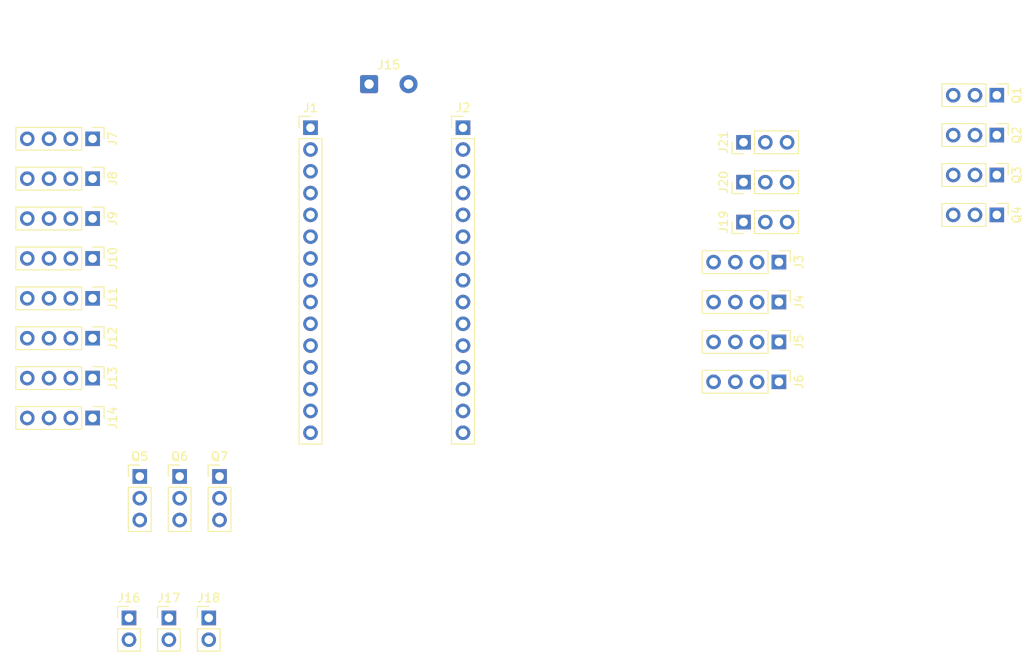
<source format=kicad_pcb>
(kicad_pcb (version 20221018) (generator pcbnew)
  (layers (0 "F.Cu" signal) (31 "B.Cu" signal) (34 "B.Paste" user) (35 "F.Paste" user) (36 "B.SilkS" user "B.Silkscreen") (37 "F.SilkS" user "F.Silkscreen") (38 "B.Mask" user) (39 "F.Mask" user) (44 "Edge.Cuts" user))
  (net 0 "")
  (net 2 "Net-(J1-Pin_2)")
  (net 3 "Net-(J1-Pin_3)")
  (net 4 "Net-(J1-Pin_4)")
  (net 5 "Net-(J1-Pin_5)")
  (net 6 "Net-(J1-Pin_6)")
  (net 7 "Net-(J1-Pin_7)")
  (net 8 "Net-(J1-Pin_8)")
  (net 9 "Net-(J1-Pin_9)")
  (net 10 "Net-(J1-Pin_10)")
  (net 11 "Net-(J1-Pin_11)")
  (net 12 "Net-(J1-Pin_12)")
  (net 13 "Net-(J1-Pin_13)")
  (net 14 "Net-(J1-Pin_14)")
  (net 16 "Net-(J15-Pin_2)")
  (net 18 "Net-(J2-Pin_3)")
  (net 19 "Net-(J2-Pin_4)")
  (net 20 "Net-(J19-Pin_3)")
  (net 21 "Net-(J2-Pin_6)")
  (net 22 "Net-(J2-Pin_7)")
  (net 23 "Net-(J2-Pin_8)")
  (net 24 "Net-(J2-Pin_9)")
  (net 25 "Net-(J2-Pin_10)")
  (net 26 "Net-(J2-Pin_11)")
  (net 27 "Net-(J2-Pin_12)")
  (net 28 "Net-(J2-Pin_13)")
  (net 31 "Net-(J3-Pin_1)")
  (net 32 "Net-(J10-Pin_4)")
  (net 33 "Net-(J16-Pin_1)")
  (net 34 "Net-(J17-Pin_1)")
  (net 35 "Net-(J18-Pin_1)")
  (net 36 "Net-(J19-Pin_2)")
  (net 37 "Net-(J20-Pin_2)")
  (net 38 "Net-(J21-Pin_2)")
  (footprint "Connector_PinHeader_2.54mm:PinHeader_1x04_P2.54mm_Vertical" (layer "F.Cu") (at 88.9 95.23 -90)
    (fp_text reference "J13" (at 0 -2.33 90) (layer "F.SilkS"))
    (fp_text value "Ultra 7")
    (fp_line (start -1.33 -1.33) (end 0 -1.33) (stroke (width 0.12)) (layer "F.SilkS"))
    (fp_line (start -1.33 0) (end -1.33 -1.33) (stroke (width 0.12)) (layer "F.SilkS"))
    (fp_line (start -1.33 1.27) (end -1.33 8.95) (stroke (width 0.12)) (layer "F.SilkS"))
    (fp_line (start -1.33 1.27) (end 1.33 1.27) (stroke (width 0.12)) (layer "F.SilkS"))
    (fp_line (start -1.33 8.95) (end 1.33 8.95) (stroke (width 0.12)) (layer "F.SilkS"))
    (fp_line (start 1.33 1.27) (end 1.33 8.95) (stroke (width 0.12)) (layer "F.SilkS"))
    (pad "1" thru_hole rect (at 0 0 270) (size 1.7 1.7) (drill 1) (layers "*.Cu" "*.Mask") (net 2 "Net-(J1-Pin_2)"))
    (pad "2" thru_hole oval (at 0 2.54 270) (size 1.7 1.7) (drill 1) (layers "*.Cu" "*.Mask") (net 10 "Net-(J1-Pin_10)"))
    (pad "3" thru_hole oval (at 0 5.08 270) (size 1.7 1.7) (drill 1) (layers "*.Cu" "*.Mask") (net 3 "Net-(J1-Pin_3)"))
    (pad "4" thru_hole oval (at 0 7.62 270) (size 1.7 1.7) (drill 1) (layers "*.Cu" "*.Mask") (net 32 "Net-(J10-Pin_4)"))
  )
  (footprint "Connector_PinHeader_2.54mm:PinHeader_1x03_P2.54mm_Vertical" (layer "F.Cu") (at 164.785 72.39 90)
    (fp_text reference "J20" (at 0 -2.33 90) (layer "F.SilkS"))
    (fp_text value "Servo 2")
    (fp_line (start -1.33 -1.33) (end 0 -1.33) (stroke (width 0.12)) (layer "F.SilkS"))
    (fp_line (start -1.33 0) (end -1.33 -1.33) (stroke (width 0.12)) (layer "F.SilkS"))
    (fp_line (start -1.33 1.27) (end -1.33 6.41) (stroke (width 0.12)) (layer "F.SilkS"))
    (fp_line (start -1.33 1.27) (end 1.33 1.27) (stroke (width 0.12)) (layer "F.SilkS"))
    (fp_line (start -1.33 6.41) (end 1.33 6.41) (stroke (width 0.12)) (layer "F.SilkS"))
    (fp_line (start 1.33 1.27) (end 1.33 6.41) (stroke (width 0.12)) (layer "F.SilkS"))
    (pad "1" thru_hole rect (at 0 0 90) (size 1.7 1.7) (drill 1) (layers "*.Cu" "*.Mask") (net 2 "Net-(J1-Pin_2)"))
    (pad "2" thru_hole oval (at 0 2.54 90) (size 1.7 1.7) (drill 1) (layers "*.Cu" "*.Mask") (net 37 "Net-(J20-Pin_2)"))
    (pad "3" thru_hole oval (at 0 5.08 90) (size 1.7 1.7) (drill 1) (layers "*.Cu" "*.Mask") (net 19 "Net-(J2-Pin_4)"))
  )
  (footprint "Connector_PinHeader_2.54mm:PinHeader_1x03_P2.54mm_Vertical" (layer "F.Cu") (at 94.395 106.695)
    (fp_text reference "Q5" (at 0 -2.33) (layer "F.SilkS"))
    (fp_text value "Q_PNP_CBE")
    (fp_line (start -1.33 -1.33) (end 0 -1.33) (stroke (width 0.12)) (layer "F.SilkS"))
    (fp_line (start -1.33 0) (end -1.33 -1.33) (stroke (width 0.12)) (layer "F.SilkS"))
    (fp_line (start -1.33 1.27) (end -1.33 6.41) (stroke (width 0.12)) (layer "F.SilkS"))
    (fp_line (start -1.33 1.27) (end 1.33 1.27) (stroke (width 0.12)) (layer "F.SilkS"))
    (fp_line (start -1.33 6.41) (end 1.33 6.41) (stroke (width 0.12)) (layer "F.SilkS"))
    (fp_line (start 1.33 1.27) (end 1.33 6.41) (stroke (width 0.12)) (layer "F.SilkS"))
    (pad "1" thru_hole rect (at 0 0) (size 1.7 1.7) (drill 1) (layers "*.Cu" "*.Mask") (net 32 "Net-(J10-Pin_4)"))
    (pad "2" thru_hole oval (at 0 2.54) (size 1.7 1.7) (drill 1) (layers "*.Cu" "*.Mask") (net 12 "Net-(J1-Pin_12)"))
    (pad "3" thru_hole oval (at 0 5.08) (size 1.7 1.7) (drill 1) (layers "*.Cu" "*.Mask") (net 33 "Net-(J16-Pin_1)"))
  )
  (footprint "Connector_PinHeader_2.54mm:PinHeader_1x03_P2.54mm_Vertical" (layer "F.Cu") (at 194.31 66.9 -90)
    (fp_text reference "Q2" (at 0 -2.33 90) (layer "F.SilkS"))
    (fp_text value "Q_PNP_CBE")
    (fp_line (start -1.33 -1.33) (end 0 -1.33) (stroke (width 0.12)) (layer "F.SilkS"))
    (fp_line (start -1.33 0) (end -1.33 -1.33) (stroke (width 0.12)) (layer "F.SilkS"))
    (fp_line (start -1.33 1.27) (end -1.33 6.41) (stroke (width 0.12)) (layer "F.SilkS"))
    (fp_line (start -1.33 1.27) (end 1.33 1.27) (stroke (width 0.12)) (layer "F.SilkS"))
    (fp_line (start -1.33 6.41) (end 1.33 6.41) (stroke (width 0.12)) (layer "F.SilkS"))
    (fp_line (start 1.33 1.27) (end 1.33 6.41) (stroke (width 0.12)) (layer "F.SilkS"))
    (pad "1" thru_hole rect (at 0 0 270) (size 1.7 1.7) (drill 1) (layers "*.Cu" "*.Mask") (net 16 "Net-(J15-Pin_2)"))
    (pad "2" thru_hole oval (at 0 2.54 270) (size 1.7 1.7) (drill 1) (layers "*.Cu" "*.Mask") (net 2 "Net-(J1-Pin_2)"))
    (pad "3" thru_hole oval (at 0 5.08 270) (size 1.7 1.7) (drill 1) (layers "*.Cu" "*.Mask") (net 38 "Net-(J21-Pin_2)"))
  )
  (footprint "Connector_PinHeader_2.54mm:PinHeader_1x02_P2.54mm_Vertical" (layer "F.Cu") (at 93.14 123.19)
    (fp_text reference "J16" (at 0 -2.33) (layer "F.SilkS"))
    (fp_text value "LED1 Out")
    (fp_line (start -1.33 -1.33) (end 0 -1.33) (stroke (width 0.12)) (layer "F.SilkS"))
    (fp_line (start -1.33 0) (end -1.33 -1.33) (stroke (width 0.12)) (layer "F.SilkS"))
    (fp_line (start -1.33 1.27) (end -1.33 3.87) (stroke (width 0.12)) (layer "F.SilkS"))
    (fp_line (start -1.33 1.27) (end 1.33 1.27) (stroke (width 0.12)) (layer "F.SilkS"))
    (fp_line (start -1.33 3.87) (end 1.33 3.87) (stroke (width 0.12)) (layer "F.SilkS"))
    (fp_line (start 1.33 1.27) (end 1.33 3.87) (stroke (width 0.12)) (layer "F.SilkS"))
    (pad "1" thru_hole rect (at 0 0) (size 1.7 1.7) (drill 1) (layers "*.Cu" "*.Mask") (net 33 "Net-(J16-Pin_1)"))
    (pad "2" thru_hole oval (at 0 2.54) (size 1.7 1.7) (drill 1) (layers "*.Cu" "*.Mask") (net 2 "Net-(J1-Pin_2)"))
  )
  (footprint "Connector_Wire:SolderWire-0.5sqmm_1x02_P4.6mm_D0.9mm_OD2.1mm" (layer "F.Cu") (at 121.13 60.96)
    (fp_text reference "J15" (at 2.3 -2.25) (layer "F.SilkS"))
    (fp_text value "Battery")
    (pad "1" thru_hole roundrect (at 0 0) (size 2.1 2.1) (drill 1.1) (layers "*.Cu" "*.Mask") (roundrect_rratio 0.119048) (net 2 "Net-(J1-Pin_2)"))
    (pad "2" thru_hole circle (at 4.6 0) (size 2.1 2.1) (drill 1.1) (layers "*.Cu" "*.Mask") (net 16 "Net-(J15-Pin_2)"))
  )
  (footprint "Connector_PinHeader_2.54mm:PinHeader_1x15_P2.54mm_Vertical" (layer "F.Cu") (at 132.08 66.04)
    (fp_text reference "J2" (at 0 -2.33) (layer "F.SilkS"))
    (fp_text value "ESP 32 R")
    (fp_line (start -1.33 -1.33) (end 0 -1.33) (stroke (width 0.12)) (layer "F.SilkS"))
    (fp_line (start -1.33 0) (end -1.33 -1.33) (stroke (width 0.12)) (layer "F.SilkS"))
    (fp_line (start -1.33 1.27) (end -1.33 36.89) (stroke (width 0.12)) (layer "F.SilkS"))
    (fp_line (start -1.33 1.27) (end 1.33 1.27) (stroke (width 0.12)) (layer "F.SilkS"))
    (fp_line (start -1.33 36.89) (end 1.33 36.89) (stroke (width 0.12)) (layer "F.SilkS"))
    (fp_line (start 1.33 1.27) (end 1.33 36.89) (stroke (width 0.12)) (layer "F.SilkS"))
    (pad "1" thru_hole rect (at 0 0) (size 1.7 1.7) (drill 1) (layers "*.Cu" "*.Mask") (net 16 "Net-(J15-Pin_2)"))
    (pad "2" thru_hole oval (at 0 2.54) (size 1.7 1.7) (drill 1) (layers "*.Cu" "*.Mask"))
    (pad "3" thru_hole oval (at 0 5.08) (size 1.7 1.7) (drill 1) (layers "*.Cu" "*.Mask") (net 18 "Net-(J2-Pin_3)"))
    (pad "4" thru_hole oval (at 0 7.62) (size 1.7 1.7) (drill 1) (layers "*.Cu" "*.Mask") (net 19 "Net-(J2-Pin_4)"))
    (pad "5" thru_hole oval (at 0 10.16) (size 1.7 1.7) (drill 1) (layers "*.Cu" "*.Mask") (net 20 "Net-(J19-Pin_3)"))
    (pad "6" thru_hole oval (at 0 12.7) (size 1.7 1.7) (drill 1) (layers "*.Cu" "*.Mask") (net 21 "Net-(J2-Pin_6)"))
    (pad "7" thru_hole oval (at 0 15.24) (size 1.7 1.7) (drill 1) (layers "*.Cu" "*.Mask") (net 22 "Net-(J2-Pin_7)"))
    (pad "8" thru_hole oval (at 0 17.78) (size 1.7 1.7) (drill 1) (layers "*.Cu" "*.Mask") (net 23 "Net-(J2-Pin_8)"))
    (pad "9" thru_hole oval (at 0 20.32) (size 1.7 1.7) (drill 1) (layers "*.Cu" "*.Mask") (net 24 "Net-(J2-Pin_9)"))
    (pad "10" thru_hole oval (at 0 22.86) (size 1.7 1.7) (drill 1) (layers "*.Cu" "*.Mask") (net 25 "Net-(J2-Pin_10)"))
    (pad "11" thru_hole oval (at 0 25.4) (size 1.7 1.7) (drill 1) (layers "*.Cu" "*.Mask") (net 26 "Net-(J2-Pin_11)"))
    (pad "12" thru_hole oval (at 0 27.94) (size 1.7 1.7) (drill 1) (layers "*.Cu" "*.Mask") (net 27 "Net-(J2-Pin_12)"))
    (pad "13" thru_hole oval (at 0 30.48) (size 1.7 1.7) (drill 1) (layers "*.Cu" "*.Mask") (net 28 "Net-(J2-Pin_13)"))
    (pad "14" thru_hole oval (at 0 33.02) (size 1.7 1.7) (drill 1) (layers "*.Cu" "*.Mask"))
    (pad "15" thru_hole oval (at 0 35.56) (size 1.7 1.7) (drill 1) (layers "*.Cu" "*.Mask"))
  )
  (footprint "Connector_PinHeader_2.54mm:PinHeader_1x04_P2.54mm_Vertical" (layer "F.Cu") (at 88.9 85.93 -90)
    (fp_text reference "J11" (at 0 -2.33 90) (layer "F.SilkS"))
    (fp_text value "Ultra 5")
    (fp_line (start -1.33 -1.33) (end 0 -1.33) (stroke (width 0.12)) (layer "F.SilkS"))
    (fp_line (start -1.33 0) (end -1.33 -1.33) (stroke (width 0.12)) (layer "F.SilkS"))
    (fp_line (start -1.33 1.27) (end -1.33 8.95) (stroke (width 0.12)) (layer "F.SilkS"))
    (fp_line (start -1.33 1.27) (end 1.33 1.27) (stroke (width 0.12)) (layer "F.SilkS"))
    (fp_line (start -1.33 8.95) (end 1.33 8.95) (stroke (width 0.12)) (layer "F.SilkS"))
    (fp_line (start 1.33 1.27) (end 1.33 8.95) (stroke (width 0.12)) (layer "F.SilkS"))
    (pad "1" thru_hole rect (at 0 0 270) (size 1.7 1.7) (drill 1) (layers "*.Cu" "*.Mask") (net 2 "Net-(J1-Pin_2)"))
    (pad "2" thru_hole oval (at 0 2.54 270) (size 1.7 1.7) (drill 1) (layers "*.Cu" "*.Mask") (net 8 "Net-(J1-Pin_8)"))
    (pad "3" thru_hole oval (at 0 5.08 270) (size 1.7 1.7) (drill 1) (layers "*.Cu" "*.Mask") (net 3 "Net-(J1-Pin_3)"))
    (pad "4" thru_hole oval (at 0 7.62 270) (size 1.7 1.7) (drill 1) (layers "*.Cu" "*.Mask") (net 32 "Net-(J10-Pin_4)"))
  )
  (footprint "Connector_PinHeader_2.54mm:PinHeader_1x02_P2.54mm_Vertical" (layer "F.Cu") (at 97.79 123.19)
    (fp_text reference "J17" (at 0 -2.33) (layer "F.SilkS"))
    (fp_text value "LED3 Out")
    (fp_line (start -1.33 -1.33) (end 0 -1.33) (stroke (width 0.12)) (layer "F.SilkS"))
    (fp_line (start -1.33 0) (end -1.33 -1.33) (stroke (width 0.12)) (layer "F.SilkS"))
    (fp_line (start -1.33 1.27) (end -1.33 3.87) (stroke (width 0.12)) (layer "F.SilkS"))
    (fp_line (start -1.33 1.27) (end 1.33 1.27) (stroke (width 0.12)) (layer "F.SilkS"))
    (fp_line (start -1.33 3.87) (end 1.33 3.87) (stroke (width 0.12)) (layer "F.SilkS"))
    (fp_line (start 1.33 1.27) (end 1.33 3.87) (stroke (width 0.12)) (layer "F.SilkS"))
    (pad "1" thru_hole rect (at 0 0) (size 1.7 1.7) (drill 1) (layers "*.Cu" "*.Mask") (net 34 "Net-(J17-Pin_1)"))
    (pad "2" thru_hole oval (at 0 2.54) (size 1.7 1.7) (drill 1) (layers "*.Cu" "*.Mask") (net 2 "Net-(J1-Pin_2)"))
  )
  (footprint "Connector_PinHeader_2.54mm:PinHeader_1x03_P2.54mm_Vertical" (layer "F.Cu") (at 194.31 76.2 -90)
    (fp_text reference "Q4" (at 0 -2.33 90) (layer "F.SilkS"))
    (fp_text value "Q_PNP_CBE")
    (fp_line (start -1.33 -1.33) (end 0 -1.33) (stroke (width 0.12)) (layer "F.SilkS"))
    (fp_line (start -1.33 0) (end -1.33 -1.33) (stroke (width 0.12)) (layer "F.SilkS"))
    (fp_line (start -1.33 1.27) (end -1.33 6.41) (stroke (width 0.12)) (layer "F.SilkS"))
    (fp_line (start -1.33 1.27) (end 1.33 1.27) (stroke (width 0.12)) (layer "F.SilkS"))
    (fp_line (start -1.33 6.41) (end 1.33 6.41) (stroke (width 0.12)) (layer "F.SilkS"))
    (fp_line (start 1.33 1.27) (end 1.33 6.41) (stroke (width 0.12)) (layer "F.SilkS"))
    (pad "1" thru_hole rect (at 0 0 270) (size 1.7 1.7) (drill 1) (layers "*.Cu" "*.Mask") (net 16 "Net-(J15-Pin_2)"))
    (pad "2" thru_hole oval (at 0 2.54 270) (size 1.7 1.7) (drill 1) (layers "*.Cu" "*.Mask") (net 2 "Net-(J1-Pin_2)"))
    (pad "3" thru_hole oval (at 0 5.08 270) (size 1.7 1.7) (drill 1) (layers "*.Cu" "*.Mask") (net 36 "Net-(J19-Pin_2)"))
  )
  (footprint "Connector_PinHeader_2.54mm:PinHeader_1x04_P2.54mm_Vertical" (layer "F.Cu") (at 168.91 95.66 -90)
    (fp_text reference "J6" (at 0 -2.33 90) (layer "F.SilkS"))
    (fp_text value "Motor 4")
    (fp_line (start -1.33 -1.33) (end 0 -1.33) (stroke (width 0.12)) (layer "F.SilkS"))
    (fp_line (start -1.33 0) (end -1.33 -1.33) (stroke (width 0.12)) (layer "F.SilkS"))
    (fp_line (start -1.33 1.27) (end -1.33 8.95) (stroke (width 0.12)) (layer "F.SilkS"))
    (fp_line (start -1.33 1.27) (end 1.33 1.27) (stroke (width 0.12)) (layer "F.SilkS"))
    (fp_line (start -1.33 8.95) (end 1.33 8.95) (stroke (width 0.12)) (layer "F.SilkS"))
    (fp_line (start 1.33 1.27) (end 1.33 8.95) (stroke (width 0.12)) (layer "F.SilkS"))
    (pad "1" thru_hole rect (at 0 0 270) (size 1.7 1.7) (drill 1) (layers "*.Cu" "*.Mask") (net 31 "Net-(J3-Pin_1)"))
    (pad "2" thru_hole oval (at 0 2.54 270) (size 1.7 1.7) (drill 1) (layers "*.Cu" "*.Mask") (net 24 "Net-(J2-Pin_9)"))
    (pad "3" thru_hole oval (at 0 5.08 270) (size 1.7 1.7) (drill 1) (layers "*.Cu" "*.Mask") (net 2 "Net-(J1-Pin_2)"))
    (pad "4" thru_hole oval (at 0 7.62 270) (size 1.7 1.7) (drill 1) (layers "*.Cu" "*.Mask") (net 28 "Net-(J2-Pin_13)"))
  )
  (footprint "Connector_PinHeader_2.54mm:PinHeader_1x04_P2.54mm_Vertical" (layer "F.Cu") (at 88.9 99.88 -90)
    (fp_text reference "J14" (at 0 -2.33 90) (layer "F.SilkS"))
    (fp_text value "Ultra 8")
    (fp_line (start -1.33 -1.33) (end 0 -1.33) (stroke (width 0.12)) (layer "F.SilkS"))
    (fp_line (start -1.33 0) (end -1.33 -1.33) (stroke (width 0.12)) (layer "F.SilkS"))
    (fp_line (start -1.33 1.27) (end -1.33 8.95) (stroke (width 0.12)) (layer "F.SilkS"))
    (fp_line (start -1.33 1.27) (end 1.33 1.27) (stroke (width 0.12)) (layer "F.SilkS"))
    (fp_line (start -1.33 8.95) (end 1.33 8.95) (stroke (width 0.12)) (layer "F.SilkS"))
    (fp_line (start 1.33 1.27) (end 1.33 8.95) (stroke (width 0.12)) (layer "F.SilkS"))
    (pad "1" thru_hole rect (at 0 0 270) (size 1.7 1.7) (drill 1) (layers "*.Cu" "*.Mask") (net 2 "Net-(J1-Pin_2)"))
    (pad "2" thru_hole oval (at 0 2.54 270) (size 1.7 1.7) (drill 1) (layers "*.Cu" "*.Mask") (net 11 "Net-(J1-Pin_11)"))
    (pad "3" thru_hole oval (at 0 5.08 270) (size 1.7 1.7) (drill 1) (layers "*.Cu" "*.Mask") (net 3 "Net-(J1-Pin_3)"))
    (pad "4" thru_hole oval (at 0 7.62 270) (size 1.7 1.7) (drill 1) (layers "*.Cu" "*.Mask") (net 32 "Net-(J10-Pin_4)"))
  )
  (footprint "Connector_PinHeader_2.54mm:PinHeader_1x03_P2.54mm_Vertical" (layer "F.Cu") (at 194.31 71.55 -90)
    (fp_text reference "Q3" (at 0 -2.33 90) (layer "F.SilkS"))
    (fp_text value "Q_PNP_CBE")
    (fp_line (start -1.33 -1.33) (end 0 -1.33) (stroke (width 0.12)) (layer "F.SilkS"))
    (fp_line (start -1.33 0) (end -1.33 -1.33) (stroke (width 0.12)) (layer "F.SilkS"))
    (fp_line (start -1.33 1.27) (end -1.33 6.41) (stroke (width 0.12)) (layer "F.SilkS"))
    (fp_line (start -1.33 1.27) (end 1.33 1.27) (stroke (width 0.12)) (layer "F.SilkS"))
    (fp_line (start -1.33 6.41) (end 1.33 6.41) (stroke (width 0.12)) (layer "F.SilkS"))
    (fp_line (start 1.33 1.27) (end 1.33 6.41) (stroke (width 0.12)) (layer "F.SilkS"))
    (pad "1" thru_hole rect (at 0 0 270) (size 1.7 1.7) (drill 1) (layers "*.Cu" "*.Mask") (net 16 "Net-(J15-Pin_2)"))
    (pad "2" thru_hole oval (at 0 2.54 270) (size 1.7 1.7) (drill 1) (layers "*.Cu" "*.Mask") (net 2 "Net-(J1-Pin_2)"))
    (pad "3" thru_hole oval (at 0 5.08 270) (size 1.7 1.7) (drill 1) (layers "*.Cu" "*.Mask") (net 37 "Net-(J20-Pin_2)"))
  )
  (footprint "Connector_PinHeader_2.54mm:PinHeader_1x03_P2.54mm_Vertical" (layer "F.Cu") (at 164.785 77.04 90)
    (fp_text reference "J19" (at 0 -2.33 90) (layer "F.SilkS"))
    (fp_text value "Servo 3")
    (fp_line (start -1.33 -1.33) (end 0 -1.33) (stroke (width 0.12)) (layer "F.SilkS"))
    (fp_line (start -1.33 0) (end -1.33 -1.33) (stroke (width 0.12)) (layer "F.SilkS"))
    (fp_line (start -1.33 1.27) (end -1.33 6.41) (stroke (width 0.12)) (layer "F.SilkS"))
    (fp_line (start -1.33 1.27) (end 1.33 1.27) (stroke (width 0.12)) (layer "F.SilkS"))
    (fp_line (start -1.33 6.41) (end 1.33 6.41) (stroke (width 0.12)) (layer "F.SilkS"))
    (fp_line (start 1.33 1.27) (end 1.33 6.41) (stroke (width 0.12)) (layer "F.SilkS"))
    (pad "1" thru_hole rect (at 0 0 90) (size 1.7 1.7) (drill 1) (layers "*.Cu" "*.Mask") (net 2 "Net-(J1-Pin_2)"))
    (pad "2" thru_hole oval (at 0 2.54 90) (size 1.7 1.7) (drill 1) (layers "*.Cu" "*.Mask") (net 36 "Net-(J19-Pin_2)"))
    (pad "3" thru_hole oval (at 0 5.08 90) (size 1.7 1.7) (drill 1) (layers "*.Cu" "*.Mask") (net 20 "Net-(J19-Pin_3)"))
  )
  (footprint "Connector_PinHeader_2.54mm:PinHeader_1x04_P2.54mm_Vertical" (layer "F.Cu") (at 168.91 91.01 -90)
    (fp_text reference "J5" (at 0 -2.33 90) (layer "F.SilkS"))
    (fp_text value "Motor 3")
    (fp_line (start -1.33 -1.33) (end 0 -1.33) (stroke (width 0.12)) (layer "F.SilkS"))
    (fp_line (start -1.33 0) (end -1.33 -1.33) (stroke (width 0.12)) (layer "F.SilkS"))
    (fp_line (start -1.33 1.27) (end -1.33 8.95) (stroke (width 0.12)) (layer "F.SilkS"))
    (fp_line (start -1.33 1.27) (end 1.33 1.27) (stroke (width 0.12)) (layer "F.SilkS"))
    (fp_line (start -1.33 8.95) (end 1.33 8.95) (stroke (width 0.12)) (layer "F.SilkS"))
    (fp_line (start 1.33 1.27) (end 1.33 8.95) (stroke (width 0.12)) (layer "F.SilkS"))
    (pad "1" thru_hole rect (at 0 0 270) (size 1.7 1.7) (drill 1) (layers "*.Cu" "*.Mask") (net 31 "Net-(J3-Pin_1)"))
    (pad "2" thru_hole oval (at 0 2.54 270) (size 1.7 1.7) (drill 1) (layers "*.Cu" "*.Mask") (net 23 "Net-(J2-Pin_8)"))
    (pad "3" thru_hole oval (at 0 5.08 270) (size 1.7 1.7) (drill 1) (layers "*.Cu" "*.Mask") (net 2 "Net-(J1-Pin_2)"))
    (pad "4" thru_hole oval (at 0 7.62 270) (size 1.7 1.7) (drill 1) (layers "*.Cu" "*.Mask") (net 27 "Net-(J2-Pin_12)"))
  )
  (footprint "Connector_PinHeader_2.54mm:PinHeader_1x04_P2.54mm_Vertical" (layer "F.Cu") (at 88.9 81.28 -90)
    (fp_text reference "J10" (at 0 -2.33 90) (layer "F.SilkS"))
    (fp_text value "Ultra 4")
    (fp_line (start -1.33 -1.33) (end 0 -1.33) (stroke (width 0.12)) (layer "F.SilkS"))
    (fp_line (start -1.33 0) (end -1.33 -1.33) (stroke (width 0.12)) (layer "F.SilkS"))
    (fp_line (start -1.33 1.27) (end -1.33 8.95) (stroke (width 0.12)) (layer "F.SilkS"))
    (fp_line (start -1.33 1.27) (end 1.33 1.27) (stroke (width 0.12)) (layer "F.SilkS"))
    (fp_line (start -1.33 8.95) (end 1.33 8.95) (stroke (width 0.12)) (layer "F.SilkS"))
    (fp_line (start 1.33 1.27) (end 1.33 8.95) (stroke (width 0.12)) (layer "F.SilkS"))
    (pad "1" thru_hole rect (at 0 0 270) (size 1.7 1.7) (drill 1) (layers "*.Cu" "*.Mask") (net 2 "Net-(J1-Pin_2)"))
    (pad "2" thru_hole oval (at 0 2.54 270) (size 1.7 1.7) (drill 1) (layers "*.Cu" "*.Mask") (net 7 "Net-(J1-Pin_7)"))
    (pad "3" thru_hole oval (at 0 5.08 270) (size 1.7 1.7) (drill 1) (layers "*.Cu" "*.Mask") (net 3 "Net-(J1-Pin_3)"))
    (pad "4" thru_hole oval (at 0 7.62 270) (size 1.7 1.7) (drill 1) (layers "*.Cu" "*.Mask") (net 32 "Net-(J10-Pin_4)"))
  )
  (footprint "Connector_PinHeader_2.54mm:PinHeader_1x04_P2.54mm_Vertical" (layer "F.Cu") (at 168.91 86.36 -90)
    (fp_text reference "J4" (at 0 -2.33 90) (layer "F.SilkS"))
    (fp_text value "Motor 2")
    (fp_line (start -1.33 -1.33) (end 0 -1.33) (stroke (width 0.12)) (layer "F.SilkS"))
    (fp_line (start -1.33 0) (end -1.33 -1.33) (stroke (width 0.12)) (layer "F.SilkS"))
    (fp_line (start -1.33 1.27) (end -1.33 8.95) (stroke (width 0.12)) (layer "F.SilkS"))
    (fp_line (start -1.33 1.27) (end 1.33 1.27) (stroke (width 0.12)) (layer "F.SilkS"))
    (fp_line (start -1.33 8.95) (end 1.33 8.95) (stroke (width 0.12)) (layer "F.SilkS"))
    (fp_line (start 1.33 1.27) (end 1.33 8.95) (stroke (width 0.12)) (layer "F.SilkS"))
    (pad "1" thru_hole rect (at 0 0 270) (size 1.7 1.7) (drill 1) (layers "*.Cu" "*.Mask") (net 31 "Net-(J3-Pin_1)"))
    (pad "2" thru_hole oval (at 0 2.54 270) (size 1.7 1.7) (drill 1) (layers "*.Cu" "*.Mask") (net 22 "Net-(J2-Pin_7)"))
    (pad "3" thru_hole oval (at 0 5.08 270) (size 1.7 1.7) (drill 1) (layers "*.Cu" "*.Mask") (net 2 "Net-(J1-Pin_2)"))
    (pad "4" thru_hole oval (at 0 7.62 270) (size 1.7 1.7) (drill 1) (layers "*.Cu" "*.Mask") (net 26 "Net-(J2-Pin_11)"))
  )
  (footprint "Connector_PinHeader_2.54mm:PinHeader_1x02_P2.54mm_Vertical" (layer "F.Cu") (at 102.44 123.19)
    (fp_text reference "J18" (at 0 -2.33) (layer "F.SilkS"))
    (fp_text value "LED3 Out")
    (fp_line (start -1.33 -1.33) (end 0 -1.33) (stroke (width 0.12)) (layer "F.SilkS"))
    (fp_line (start -1.33 0) (end -1.33 -1.33) (stroke (width 0.12)) (layer "F.SilkS"))
    (fp_line (start -1.33 1.27) (end -1.33 3.87) (stroke (width 0.12)) (layer "F.SilkS"))
    (fp_line (start -1.33 1.27) (end 1.33 1.27) (stroke (width 0.12)) (layer "F.SilkS"))
    (fp_line (start -1.33 3.87) (end 1.33 3.87) (stroke (width 0.12)) (layer "F.SilkS"))
    (fp_line (start 1.33 1.27) (end 1.33 3.87) (stroke (width 0.12)) (layer "F.SilkS"))
    (pad "1" thru_hole rect (at 0 0) (size 1.7 1.7) (drill 1) (layers "*.Cu" "*.Mask") (net 35 "Net-(J18-Pin_1)"))
    (pad "2" thru_hole oval (at 0 2.54) (size 1.7 1.7) (drill 1) (layers "*.Cu" "*.Mask") (net 2 "Net-(J1-Pin_2)"))
  )
  (footprint "Connector_PinHeader_2.54mm:PinHeader_1x04_P2.54mm_Vertical" (layer "F.Cu") (at 168.91 81.71 -90)
    (fp_text reference "J3" (at 0 -2.33 90) (layer "F.SilkS"))
    (fp_text value "Motor 1")
    (fp_line (start -1.33 -1.33) (end 0 -1.33) (stroke (width 0.12)) (layer "F.SilkS"))
    (fp_line (start -1.33 0) (end -1.33 -1.33) (stroke (width 0.12)) (layer "F.SilkS"))
    (fp_line (start -1.33 1.27) (end -1.33 8.95) (stroke (width 0.12)) (layer "F.SilkS"))
    (fp_line (start -1.33 1.27) (end 1.33 1.27) (stroke (width 0.12)) (layer "F.SilkS"))
    (fp_line (start -1.33 8.95) (end 1.33 8.95) (stroke (width 0.12)) (layer "F.SilkS"))
    (fp_line (start 1.33 1.27) (end 1.33 8.95) (stroke (width 0.12)) (layer "F.SilkS"))
    (pad "1" thru_hole rect (at 0 0 270) (size 1.7 1.7) (drill 1) (layers "*.Cu" "*.Mask") (net 31 "Net-(J3-Pin_1)"))
    (pad "2" thru_hole oval (at 0 2.54 270) (size 1.7 1.7) (drill 1) (layers "*.Cu" "*.Mask") (net 21 "Net-(J2-Pin_6)"))
    (pad "3" thru_hole oval (at 0 5.08 270) (size 1.7 1.7) (drill 1) (layers "*.Cu" "*.Mask") (net 2 "Net-(J1-Pin_2)"))
    (pad "4" thru_hole oval (at 0 7.62 270) (size 1.7 1.7) (drill 1) (layers "*.Cu" "*.Mask") (net 25 "Net-(J2-Pin_10)"))
  )
  (footprint "Connector_PinHeader_2.54mm:PinHeader_1x03_P2.54mm_Vertical" (layer "F.Cu") (at 194.31 62.25 -90)
    (fp_text reference "Q1" (at 0 -2.33 90) (layer "F.SilkS"))
    (fp_text value "Q_PNP_CBE")
    (fp_line (start -1.33 -1.33) (end 0 -1.33) (stroke (width 0.12)) (layer "F.SilkS"))
    (fp_line (start -1.33 0) (end -1.33 -1.33) (stroke (width 0.12)) (layer "F.SilkS"))
    (fp_line (start -1.33 1.27) (end -1.33 6.41) (stroke (width 0.12)) (layer "F.SilkS"))
    (fp_line (start -1.33 1.27) (end 1.33 1.27) (stroke (width 0.12)) (layer "F.SilkS"))
    (fp_line (start -1.33 6.41) (end 1.33 6.41) (stroke (width 0.12)) (layer "F.SilkS"))
    (fp_line (start 1.33 1.27) (end 1.33 6.41) (stroke (width 0.12)) (layer "F.SilkS"))
    (pad "1" thru_hole rect (at 0 0 270) (size 1.7 1.7) (drill 1) (layers "*.Cu" "*.Mask") (net 16 "Net-(J15-Pin_2)"))
    (pad "2" thru_hole oval (at 0 2.54 270) (size 1.7 1.7) (drill 1) (layers "*.Cu" "*.Mask") (net 2 "Net-(J1-Pin_2)"))
    (pad "3" thru_hole oval (at 0 5.08 270) (size 1.7 1.7) (drill 1) (layers "*.Cu" "*.Mask") (net 32 "Net-(J10-Pin_4)"))
  )
  (footprint "Connector_PinHeader_2.54mm:PinHeader_1x04_P2.54mm_Vertical" (layer "F.Cu") (at 88.9 76.63 -90)
    (fp_text reference "J9" (at 0 -2.33 90) (layer "F.SilkS"))
    (fp_text value "Ultra 3")
    (fp_line (start -1.33 -1.33) (end 0 -1.33) (stroke (width 0.12)) (layer "F.SilkS"))
    (fp_line (start -1.33 0) (end -1.33 -1.33) (stroke (width 0.12)) (layer "F.SilkS"))
    (fp_line (start -1.33 1.27) (end -1.33 8.95) (stroke (width 0.12)) (layer "F.SilkS"))
    (fp_line (start -1.33 1.27) (end 1.33 1.27) (stroke (width 0.12)) (layer "F.SilkS"))
    (fp_line (start -1.33 8.95) (end 1.33 8.95) (stroke (width 0.12)) (layer "F.SilkS"))
    (fp_line (start 1.33 1.27) (end 1.33 8.95) (stroke (width 0.12)) (layer "F.SilkS"))
    (pad "1" thru_hole rect (at 0 0 270) (size 1.7 1.7) (drill 1) (layers "*.Cu" "*.Mask") (net 2 "Net-(J1-Pin_2)"))
    (pad "2" thru_hole oval (at 0 2.54 270) (size 1.7 1.7) (drill 1) (layers "*.Cu" "*.Mask") (net 6 "Net-(J1-Pin_6)"))
    (pad "3" thru_hole oval (at 0 5.08 270) (size 1.7 1.7) (drill 1) (layers "*.Cu" "*.Mask") (net 3 "Net-(J1-Pin_3)"))
    (pad "4" thru_hole oval (at 0 7.62 270) (size 1.7 1.7) (drill 1) (layers "*.Cu" "*.Mask") (net 32 "Net-(J10-Pin_4)"))
  )
  (footprint "Connector_PinHeader_2.54mm:PinHeader_1x04_P2.54mm_Vertical" (layer "F.Cu") (at 88.9 90.58 -90)
    (fp_text reference "J12" (at 0 -2.33 90) (layer "F.SilkS"))
    (fp_text value "Ultra 6")
    (fp_line (start -1.33 -1.33) (end 0 -1.33) (stroke (width 0.12)) (layer "F.SilkS"))
    (fp_line (start -1.33 0) (end -1.33 -1.33) (stroke (width 0.12)) (layer "F.SilkS"))
    (fp_line (start -1.33 1.27) (end -1.33 8.95) (stroke (width 0.12)) (layer "F.SilkS"))
    (fp_line (start -1.33 1.27) (end 1.33 1.27) (stroke (width 0.12)) (layer "F.SilkS"))
    (fp_line (start -1.33 8.95) (end 1.33 8.95) (stroke (width 0.12)) (layer "F.SilkS"))
    (fp_line (start 1.33 1.27) (end 1.33 8.95) (stroke (width 0.12)) (layer "F.SilkS"))
    (pad "1" thru_hole rect (at 0 0 270) (size 1.7 1.7) (drill 1) (layers "*.Cu" "*.Mask") (net 2 "Net-(J1-Pin_2)"))
    (pad "2" thru_hole oval (at 0 2.54 270) (size 1.7 1.7) (drill 1) (layers "*.Cu" "*.Mask") (net 9 "Net-(J1-Pin_9)"))
    (pad "3" thru_hole oval (at 0 5.08 270) (size 1.7 1.7) (drill 1) (layers "*.Cu" "*.Mask") (net 3 "Net-(J1-Pin_3)"))
    (pad "4" thru_hole oval (at 0 7.62 270) (size 1.7 1.7) (drill 1) (layers "*.Cu" "*.Mask") (net 32 "Net-(J10-Pin_4)"))
  )
  (footprint "Connector_PinHeader_2.54mm:PinHeader_1x15_P2.54mm_Vertical" (layer "F.Cu") (at 114.3 66.04)
    (fp_text reference "J1" (at 0 -2.33) (layer "F.SilkS"))
    (fp_text value "ESP 32 L")
    (fp_line (start -1.33 -1.33) (end 0 -1.33) (stroke (width 0.12)) (layer "F.SilkS"))
    (fp_line (start -1.33 0) (end -1.33 -1.33) (stroke (width 0.12)) (layer "F.SilkS"))
    (fp_line (start -1.33 1.27) (end -1.33 36.89) (stroke (width 0.12)) (layer "F.SilkS"))
    (fp_line (start -1.33 1.27) (end 1.33 1.27) (stroke (width 0.12)) (layer "F.SilkS"))
    (fp_line (start -1.33 36.89) (end 1.33 36.89) (stroke (width 0.12)) (layer "F.SilkS"))
    (fp_line (start 1.33 1.27) (end 1.33 36.89) (stroke (width 0.12)) (layer "F.SilkS"))
    (pad "1" thru_hole rect (at 0 0) (size 1.7 1.7) (drill 1) (layers "*.Cu" "*.Mask"))
    (pad "2" thru_hole oval (at 0 2.54) (size 1.7 1.7) (drill 1) (layers "*.Cu" "*.Mask") (net 2 "Net-(J1-Pin_2)"))
    (pad "3" thru_hole oval (at 0 5.08) (size 1.7 1.7) (drill 1) (layers "*.Cu" "*.Mask") (net 3 "Net-(J1-Pin_3)"))
    (pad "4" thru_hole oval (at 0 7.62) (size 1.7 1.7) (drill 1) (layers "*.Cu" "*.Mask") (net 4 "Net-(J1-Pin_4)"))
    (pad "5" thru_hole oval (at 0 10.16) (size 1.7 1.7) (drill 1) (layers "*.Cu" "*.Mask") (net 5 "Net-(J1-Pin_5)"))
    (pad "6" thru_hole oval (at 0 12.7) (size 1.7 1.7) (drill 1) (layers "*.Cu" "*.Mask") (net 6 "Net-(J1-Pin_6)"))
    (pad "7" thru_hole oval (at 0 15.24) (size 1.7 1.7) (drill 1) (layers "*.Cu" "*.Mask") (net 7 "Net-(J1-Pin_7)"))
    (pad "8" thru_hole oval (at 0 17.78) (size 1.7 1.7) (drill 1) (layers "*.Cu" "*.Mask") (net 8 "Net-(J1-Pin_8)"))
    (pad "9" thru_hole oval (at 0 20.32) (size 1.7 1.7) (drill 1) (layers "*.Cu" "*.Mask") (net 9 "Net-(J1-Pin_9)"))
    (pad "10" thru_hole oval (at 0 22.86) (size 1.7 1.7) (drill 1) (layers "*.Cu" "*.Mask") (net 10 "Net-(J1-Pin_10)"))
    (pad "11" thru_hole oval (at 0 25.4) (size 1.7 1.7) (drill 1) (layers "*.Cu" "*.Mask") (net 11 "Net-(J1-Pin_11)"))
    (pad "12" thru_hole oval (at 0 27.94) (size 1.7 1.7) (drill 1) (layers "*.Cu" "*.Mask") (net 12 "Net-(J1-Pin_12)"))
    (pad "13" thru_hole oval (at 0 30.48) (size 1.7 1.7) (drill 1) (layers "*.Cu" "*.Mask") (net 13 "Net-(J1-Pin_13)"))
    (pad "14" thru_hole oval (at 0 33.02) (size 1.7 1.7) (drill 1) (layers "*.Cu" "*.Mask") (net 14 "Net-(J1-Pin_14)"))
    (pad "15" thru_hole oval (at 0 35.56) (size 1.7 1.7) (drill 1) (layers "*.Cu" "*.Mask"))
  )
  (footprint "Connector_PinHeader_2.54mm:PinHeader_1x04_P2.54mm_Vertical" (layer "F.Cu") (at 88.9 71.98 -90)
    (fp_text reference "J8" (at 0 -2.33 90) (layer "F.SilkS"))
    (fp_text value "Ultra 2")
    (fp_line (start -1.33 -1.33) (end 0 -1.33) (stroke (width 0.12)) (layer "F.SilkS"))
    (fp_line (start -1.33 0) (end -1.33 -1.33) (stroke (width 0.12)) (layer "F.SilkS"))
    (fp_line (start -1.33 1.27) (end -1.33 8.95) (stroke (width 0.12)) (layer "F.SilkS"))
    (fp_line (start -1.33 1.27) (end 1.33 1.27) (stroke (width 0.12)) (layer "F.SilkS"))
    (fp_line (start -1.33 8.95) (end 1.33 8.95) (stroke (width 0.12)) (layer "F.SilkS"))
    (fp_line (start 1.33 1.27) (end 1.33 8.95) (stroke (width 0.12)) (layer "F.SilkS"))
    (pad "1" thru_hole rect (at 0 0 270) (size 1.7 1.7) (drill 1) (layers "*.Cu" "*.Mask") (net 2 "Net-(J1-Pin_2)"))
    (pad "2" thru_hole oval (at 0 2.54 270) (size 1.7 1.7) (drill 1) (layers "*.Cu" "*.Mask") (net 5 "Net-(J1-Pin_5)"))
    (pad "3" thru_hole oval (at 0 5.08 270) (size 1.7 1.7) (drill 1) (layers "*.Cu" "*.Mask") (net 3 "Net-(J1-Pin_3)"))
    (pad "4" thru_hole oval (at 0 7.62 270) (size 1.7 1.7) (drill 1) (layers "*.Cu" "*.Mask") (net 32 "Net-(J10-Pin_4)"))
  )
  (footprint "Connector_PinHeader_2.54mm:PinHeader_1x04_P2.54mm_Vertical" (layer "F.Cu") (at 88.9 67.33 -90)
    (fp_text reference "J7" (at 0 -2.33 90) (layer "F.SilkS"))
    (fp_text value "Ultra 1")
    (fp_line (start -1.33 -1.33) (end 0 -1.33) (stroke (width 0.12)) (layer "F.SilkS"))
    (fp_line (start -1.33 0) (end -1.33 -1.33) (stroke (width 0.12)) (layer "F.SilkS"))
    (fp_line (start -1.33 1.27) (end -1.33 8.95) (stroke (width 0.12)) (layer "F.SilkS"))
    (fp_line (start -1.33 1.27) (end 1.33 1.27) (stroke (width 0.12)) (layer "F.SilkS"))
    (fp_line (start -1.33 8.95) (end 1.33 8.95) (stroke (width 0.12)) (layer "F.SilkS"))
    (fp_line (start 1.33 1.27) (end 1.33 8.95) (stroke (width 0.12)) (layer "F.SilkS"))
    (pad "1" thru_hole rect (at 0 0 270) (size 1.7 1.7) (drill 1) (layers "*.Cu" "*.Mask") (net 2 "Net-(J1-Pin_2)"))
    (pad "2" thru_hole oval (at 0 2.54 270) (size 1.7 1.7) (drill 1) (layers "*.Cu" "*.Mask") (net 4 "Net-(J1-Pin_4)"))
    (pad "3" thru_hole oval (at 0 5.08 270) (size 1.7 1.7) (drill 1) (layers "*.Cu" "*.Mask") (net 3 "Net-(J1-Pin_3)"))
    (pad "4" thru_hole oval (at 0 7.62 270) (size 1.7 1.7) (drill 1) (layers "*.Cu" "*.Mask") (net 32 "Net-(J10-Pin_4)"))
  )
  (footprint "Connector_PinHeader_2.54mm:PinHeader_1x03_P2.54mm_Vertical" (layer "F.Cu") (at 99.045 106.695)
    (fp_text reference "Q6" (at 0 -2.33) (layer "F.SilkS"))
    (fp_text value "Q_PNP_CBE")
    (fp_line (start -1.33 -1.33) (end 0 -1.33) (stroke (width 0.12)) (layer "F.SilkS"))
    (fp_line (start -1.33 0) (end -1.33 -1.33) (stroke (width 0.12)) (layer "F.SilkS"))
    (fp_line (start -1.33 1.27) (end -1.33 6.41) (stroke (width 0.12)) (layer "F.SilkS"))
    (fp_line (start -1.33 1.27) (end 1.33 1.27) (stroke (width 0.12)) (layer "F.SilkS"))
    (fp_line (start -1.33 6.41) (end 1.33 6.41) (stroke (width 0.12)) (layer "F.SilkS"))
    (fp_line (start 1.33 1.27) (end 1.33 6.41) (stroke (width 0.12)) (layer "F.SilkS"))
    (pad "1" thru_hole rect (at 0 0) (size 1.7 1.7) (drill 1) (layers "*.Cu" "*.Mask") (net 32 "Net-(J10-Pin_4)"))
    (pad "2" thru_hole oval (at 0 2.54) (size 1.7 1.7) (drill 1) (layers "*.Cu" "*.Mask") (net 13 "Net-(J1-Pin_13)"))
    (pad "3" thru_hole oval (at 0 5.08) (size 1.7 1.7) (drill 1) (layers "*.Cu" "*.Mask") (net 34 "Net-(J17-Pin_1)"))
  )
  (footprint "Connector_PinHeader_2.54mm:PinHeader_1x03_P2.54mm_Vertical" (layer "F.Cu") (at 164.785 67.74 90)
    (fp_text reference "J21" (at 0 -2.33 90) (layer "F.SilkS"))
    (fp_text value "Servo 1")
    (fp_line (start -1.33 -1.33) (end 0 -1.33) (stroke (width 0.12)) (layer "F.SilkS"))
    (fp_line (start -1.33 0) (end -1.33 -1.33) (stroke (width 0.12)) (layer "F.SilkS"))
    (fp_line (start -1.33 1.27) (end -1.33 6.41) (stroke (width 0.12)) (layer "F.SilkS"))
    (fp_line (start -1.33 1.27) (end 1.33 1.27) (stroke (width 0.12)) (layer "F.SilkS"))
    (fp_line (start -1.33 6.41) (end 1.33 6.41) (stroke (width 0.12)) (layer "F.SilkS"))
    (fp_line (start 1.33 1.27) (end 1.33 6.41) (stroke (width 0.12)) (layer "F.SilkS"))
    (pad "1" thru_hole rect (at 0 0 90) (size 1.7 1.7) (drill 1) (layers "*.Cu" "*.Mask") (net 2 "Net-(J1-Pin_2)"))
    (pad "2" thru_hole oval (at 0 2.54 90) (size 1.7 1.7) (drill 1) (layers "*.Cu" "*.Mask") (net 38 "Net-(J21-Pin_2)"))
    (pad "3" thru_hole oval (at 0 5.08 90) (size 1.7 1.7) (drill 1) (layers "*.Cu" "*.Mask") (net 18 "Net-(J2-Pin_3)"))
  )
  (footprint "Connector_PinHeader_2.54mm:PinHeader_1x03_P2.54mm_Vertical" (layer "F.Cu") (at 103.695 106.695)
    (fp_text reference "Q7" (at 0 -2.33) (layer "F.SilkS"))
    (fp_text value "Q_PNP_CBE")
    (fp_line (start -1.33 -1.33) (end 0 -1.33) (stroke (width 0.12)) (layer "F.SilkS"))
    (fp_line (start -1.33 0) (end -1.33 -1.33) (stroke (width 0.12)) (layer "F.SilkS"))
    (fp_line (start -1.33 1.27) (end -1.33 6.41) (stroke (width 0.12)) (layer "F.SilkS"))
    (fp_line (start -1.33 1.27) (end 1.33 1.27) (stroke (width 0.12)) (layer "F.SilkS"))
    (fp_line (start -1.33 6.41) (end 1.33 6.41) (stroke (width 0.12)) (layer "F.SilkS"))
    (fp_line (start 1.33 1.27) (end 1.33 6.41) (stroke (width 0.12)) (layer "F.SilkS"))
    (pad "1" thru_hole rect (at 0 0) (size 1.7 1.7) (drill 1) (layers "*.Cu" "*.Mask") (net 32 "Net-(J10-Pin_4)"))
    (pad "2" thru_hole oval (at 0 2.54) (size 1.7 1.7) (drill 1) (layers "*.Cu" "*.Mask") (net 14 "Net-(J1-Pin_14)"))
    (pad "3" thru_hole oval (at 0 5.08) (size 1.7 1.7) (drill 1) (layers "*.Cu" "*.Mask") (net 35 "Net-(J18-Pin_1)"))
  )
)
</source>
